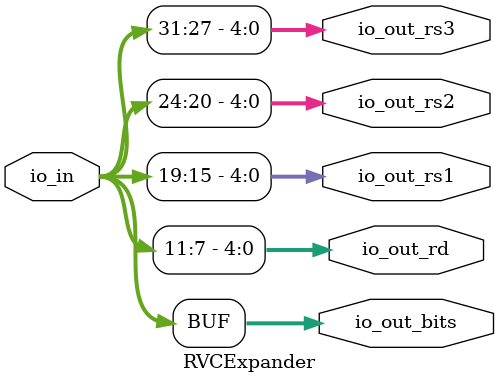
<source format=v>
module RVCExpander( // @[:freechips.rocketchip.system.DefaultRV32Config.fir@215141.2]
  input  [31:0] io_in, // @[:freechips.rocketchip.system.DefaultRV32Config.fir@215144.4]
  output [31:0] io_out_bits, // @[:freechips.rocketchip.system.DefaultRV32Config.fir@215144.4]
  output [4:0]  io_out_rd, // @[:freechips.rocketchip.system.DefaultRV32Config.fir@215144.4]
  output [4:0]  io_out_rs1, // @[:freechips.rocketchip.system.DefaultRV32Config.fir@215144.4]
  output [4:0]  io_out_rs2, // @[:freechips.rocketchip.system.DefaultRV32Config.fir@215144.4]
  output [4:0]  io_out_rs3 // @[:freechips.rocketchip.system.DefaultRV32Config.fir@215144.4]
);
  assign io_out_bits = io_in; // @[RVC.scala 168:10:freechips.rocketchip.system.DefaultRV32Config.fir@215161.4]
  assign io_out_rd = io_in[11:7]; // @[RVC.scala 168:10:freechips.rocketchip.system.DefaultRV32Config.fir@215160.4]
  assign io_out_rs1 = io_in[19:15]; // @[RVC.scala 168:10:freechips.rocketchip.system.DefaultRV32Config.fir@215159.4]
  assign io_out_rs2 = io_in[24:20]; // @[RVC.scala 168:10:freechips.rocketchip.system.DefaultRV32Config.fir@215158.4]
  assign io_out_rs3 = io_in[31:27]; // @[RVC.scala 168:10:freechips.rocketchip.system.DefaultRV32Config.fir@215157.4]
endmodule

</source>
